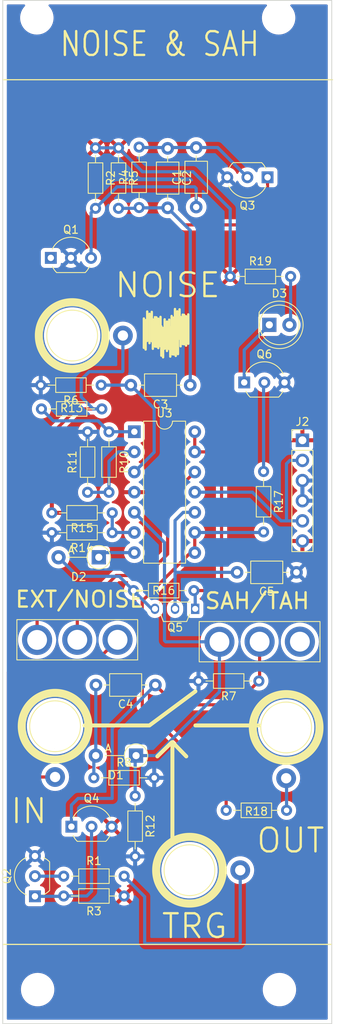
<source format=kicad_pcb>
(kicad_pcb (version 20211014) (generator pcbnew)
  (layers (0 "F.Cu" signal) (31 "B.Cu" signal) (34 "B.Paste" user) (35 "F.Paste" user) (36 "B.SilkS" user "B.Silkscreen") (37 "F.SilkS" user "F.Silkscreen") (38 "B.Mask" user) (39 "F.Mask" user) (44 "Edge.Cuts" user))
  (net 0 "")
  (net 1 "Net-(C1-Pad1)")
  (net 2 "Net-(C1-Pad2)")
  (net 3 "Net-(C2-Pad2)")
  (net 4 "Net-(C3-Pad2)")
  (net 5 "Net-(C4-Pad1)")
  (net 6 "Net-(C4-Pad2)")
  (net 7 "GND")
  (net 8 "Net-(C5-Pad2)")
  (net 9 "Net-(D1-Pad1)")
  (net 10 "Net-(D2-Pad1)")
  (net 11 "Net-(D2-Pad2)")
  (net 13 "Net-(Q2-Pad1)")
  (net 14 "+12V")
  (net 15 "Net-(Q5-Pad1)")
  (net 16 "Net-(D3-Pad1)")
  (net 17 "Net-(Q6-Pad2)")
  (net 18 "Net-(R1-Pad2)")
  (net 19 "Net-(R10-Pad1)")
  (net 20 "Net-(R10-Pad2)")
  (net 21 "Net-(R13-Pad1)")
  (net 22 "Net-(R14-Pad1)")
  (net 23 "Net-(R17-Pad2)")
  (net 24 "Net-(R18-Pad1)")
  (net 25 "Net-(D3-Pad2)")
  (net 27 "-12V")
  (net 28 "Net-(R1-Pad1)")
  (net 29 "Net-(U2-Pad1)")
  (net 30 "Net-(U5-Pad2)")
  (footprint "Resistor_THT:R_Axial_DIN0204_L3.6mm_D1.6mm_P7.62mm_Horizontal" (layer "F.Cu") (at 93.89 136.6)
    (fp_text reference "R1" (at 3.81 -1.92) (layer "F.SilkS"))
    (fp_text value "R")
    (pad "1" thru_hole circle (at 0 0) (size 1.4 1.4) (drill 0.7) (layers *.Cu *.Mask) (net 28 "Net-(R1-Pad1)"))
    (pad "2" thru_hole oval (at 7.62 0) (size 1.4 1.4) (drill 0.7) (layers *.Cu *.Mask) (net 18 "Net-(R1-Pad2)"))
  )
  (footprint "Capacitor_THT:C_Axial_L3.8mm_D2.6mm_P7.50mm_Horizontal" (layer "F.Cu") (at 107 44.85 -90)
    (fp_text reference "C2" (at 3.75 -2.42 90) (layer "F.SilkS"))
    (fp_text value "C")
    (pad "1" thru_hole circle (at 0 0 270) (size 1.6 1.6) (drill 0.8) (layers *.Cu *.Mask) (net 2 "Net-(C1-Pad2)"))
    (pad "2" thru_hole oval (at 7.5 0 270) (size 1.6 1.6) (drill 0.8) (layers *.Cu *.Mask) (net 3 "Net-(C2-Pad2)"))
  )
  (footprint "Diode_THT:D_A-405_P5.08mm_Vertical_AnodeUp" (layer "F.Cu") (at 103.015 121.4 180)
    (fp_text reference "D1" (at 2.54 -2.47) (layer "F.SilkS"))
    (fp_text value "D")
    (fp_text user "A" (at 3.515 0.9) (layer "F.SilkS"))
    (pad "1" thru_hole rect (at 0 0 180) (size 1.8 1.8) (drill 0.9) (layers *.Cu *.Mask) (net 9 "Net-(D1-Pad1)"))
    (pad "2" thru_hole oval (at 5.08 0 180) (size 1.8 1.8) (drill 0.9) (layers *.Cu *.Mask) (net 6 "Net-(C4-Pad2)"))
  )
  (footprint "Library:Switch" (layer "F.Cu") (at 95.6 104.26 180)
    (fp_text reference "U5" hide)
    (fp_text value "Switch" hide)
    (pad "1" thru_hole circle (at -5.08 -2.54 180) (size 3.8 3.8) (drill 2.5) (layers *.Cu *.Mask) (net 29 "Net-(U2-Pad1)"))
    (pad "2" thru_hole circle (at 0 -2.54 180) (size 3.8 3.8) (drill 2.5) (layers *.Cu *.Mask) (net 30 "Net-(U5-Pad2)"))
    (pad "3" thru_hole circle (at 5.068113 -2.556204 180) (size 3.8 3.8) (drill 2.5) (layers *.Cu *.Mask) (net 21 "Net-(R13-Pad1)"))
  )
  (footprint "Package_TO_SOT_THT:TO-92S_Wide" (layer "F.Cu") (at 110.475 102.9 180)
    (fp_text reference "Q5" (at 2.54 -2.35) (layer "F.SilkS"))
    (fp_text value "MMBFJ113")
    (pad "1" thru_hole rect (at 0 0 180) (size 1.05 1.3) (drill 0.75) (layers *.Cu *.Mask) (net 15 "Net-(Q5-Pad1)"))
    (pad "2" thru_hole oval (at 2.54 0 180) (size 1.05 1.3) (drill 0.75) (layers *.Cu *.Mask) (net 8 "Net-(C5-Pad2)"))
    (pad "3" thru_hole oval (at 5.08 0 180) (size 1.05 1.3) (drill 0.75) (layers *.Cu *.Mask) (net 11 "Net-(D2-Pad2)"))
  )
  (footprint "Resistor_THT:R_Axial_DIN0204_L3.6mm_D1.6mm_P7.62mm_Horizontal" (layer "F.Cu") (at 100.8 44.79 -90)
    (fp_text reference "R5" (at 3.81 -1.92 90) (layer "F.SilkS"))
    (fp_text value "R")
    (pad "1" thru_hole circle (at 0 0 270) (size 1.4 1.4) (drill 0.7) (layers *.Cu *.Mask) (net 14 "+12V"))
    (pad "2" thru_hole oval (at 7.62 0 270) (size 1.4 1.4) (drill 0.7) (layers *.Cu *.Mask) (net 3 "Net-(C2-Pad2)"))
  )
  (footprint "Resistor_THT:R_Axial_DIN0204_L3.6mm_D1.6mm_P7.62mm_Horizontal" (layer "F.Cu") (at 100.01 90.8 180)
    (fp_text reference "R15" (at 3.81 -1.92) (layer "F.SilkS"))
    (fp_text value "R")
    (pad "1" thru_hole circle (at 0 0 180) (size 1.4 1.4) (drill 0.7) (layers *.Cu *.Mask) (net 22 "Net-(R14-Pad1)"))
    (pad "2" thru_hole oval (at 7.62 0 180) (size 1.4 1.4) (drill 0.7) (layers *.Cu *.Mask) (net 14 "+12V"))
  )
  (footprint "" (layer "F.Cu") (at 121.95 117.855)
    (fp_text reference "" (at 0 0) (layer "F.SilkS") (effects (font (size 1.27 1.27))))
    (fp_text value "" (at 0 0) (layer "F.SilkS") (effects (font (size 1.27 1.27))))
    (pad "" np_thru_hole circle (at 0 0) (size 6.1 6.1) (drill 6.1) (layers F&B.Cu *.Mask))
  )
  (footprint "" (layer "F.Cu") (at 90.6 150.9 180)
    (fp_text reference "" (at 0 0) (layer "F.SilkS") (effects (font (size 1.27 1.27))))
    (fp_text value "" (at 0 0) (layer "F.SilkS") (effects (font (size 1.27 1.27))))
    (pad "" np_thru_hole circle (at 0 0 180) (size 3.2 3.2) (drill 3.2) (layers *.Cu *.Mask))
  )
  (footprint "Capacitor_THT:C_Axial_L3.8mm_D2.6mm_P7.50mm_Horizontal" (layer "F.Cu") (at 110.6 52.25 90)
    (fp_text reference "C1" (at 3.75 -2.42 90) (layer "F.SilkS"))
    (fp_text value "C")
    (pad "1" thru_hole circle (at 0 0 90) (size 1.6 1.6) (drill 0.8) (layers *.Cu *.Mask) (net 1 "Net-(C1-Pad1)"))
    (pad "2" thru_hole oval (at 7.5 0 90) (size 1.6 1.6) (drill 0.8) (layers *.Cu *.Mask) (net 2 "Net-(C1-Pad2)"))
  )
  (footprint "" (layer "F.Cu") (at 90.5 28.4)
    (fp_text reference "" (at 0 0) (layer "F.SilkS") (effects (font (size 1.27 1.27))))
    (fp_text value "" (at 0 0) (layer "F.SilkS") (effects (font (size 1.27 1.27))))
    (pad "" np_thru_hole circle (at 0 0) (size 3.2 3.2) (drill 3.2) (layers *.Cu *.Mask))
  )
  (footprint "Library:aux_flush" (layer "F.Cu") (at 109.755 135.85 180)
    (fp_text reference "U1" hide)
    (fp_text value "Aux_flush")
    (pad "" np_thru_hole circle (at 0 0 180) (size 6.1 6.1) (drill 6.1) (layers F&B.Cu *.Mask))
    (pad "1" thru_hole circle (at -6.4 0 180) (size 2.5 2.5) (drill 1.3) (layers *.Cu *.Mask) (net 18 "Net-(R1-Pad2)"))
  )
  (footprint "Package_TO_SOT_THT:TO-92_Inline_Wide" (layer "F.Cu") (at 116.66 74.36)
    (fp_text reference "Q6" (at 2.54 -3.56) (layer "F.SilkS"))
    (fp_text value "BC547")
    (pad "1" thru_hole rect (at 0 0) (size 1.5 1.5) (drill 0.8) (layers *.Cu *.Mask) (net 16 "Net-(D3-Pad1)"))
    (pad "2" thru_hole circle (at 2.54 0) (size 1.5 1.5) (drill 0.8) (layers *.Cu *.Mask) (net 17 "Net-(Q6-Pad2)"))
    (pad "3" thru_hole circle (at 5.08 0) (size 1.5 1.5) (drill 0.8) (layers *.Cu *.Mask) (net 7 "GND"))
  )
  (footprint "Library:aux_flush" (layer "F.Cu") (at 94.955 68.45 180)
    (fp_text reference "U6" hide)
    (fp_text value "Aux_flush")
    (pad "" np_thru_hole circle (at 0 0 180) (size 6.1 6.1) (drill 6.1) (layers F&B.Cu *.Mask))
    (pad "1" thru_hole circle (at -6.4 0 180) (size 2.5 2.5) (drill 1.3) (layers *.Cu *.Mask) (net 21 "Net-(R13-Pad1)"))
  )
  (footprint "Resistor_THT:R_Axial_DIN0204_L3.6mm_D1.6mm_P7.62mm_Horizontal" (layer "F.Cu") (at 110.31 100.6 180)
    (fp_text reference "R16" (at 3.81 0) (layer "F.SilkS"))
    (fp_text value "R")
    (pad "1" thru_hole circle (at 0 0 180) (size 1.4 1.4) (drill 0.7) (layers *.Cu *.Mask) (net 15 "Net-(Q5-Pad1)"))
    (pad "2" thru_hole oval (at 7.62 0 180) (size 1.4 1.4) (drill 0.7) (layers *.Cu *.Mask) (net 11 "Net-(D2-Pad2)"))
  )
  (footprint "Package_TO_SOT_THT:TO-92_Inline_Wide" (layer "F.Cu") (at 94.86 130.36)
    (fp_text reference "Q4" (at 2.54 -3.56) (layer "F.SilkS"))
    (fp_text value "BC557")
    (pad "1" thru_hole rect (at 0 0) (size 1.5 1.5) (drill 0.8) (layers *.Cu *.Mask) (net 5 "Net-(C4-Pad1)"))
    (pad "2" thru_hole circle (at 2.54 0) (size 1.5 1.5) (drill 0.8) (layers *.Cu *.Mask) (net 13 "Net-(Q2-Pad1)"))
    (pad "3" thru_hole circle (at 5.08 0) (size 1.5 1.5) (drill 0.8) (layers *.Cu *.Mask) (net 14 "+12V"))
  )
  (footprint "Resistor_THT:R_Axial_DIN0204_L3.6mm_D1.6mm_P7.62mm_Horizontal" (layer "F.Cu") (at 97.69 124.2)
    (fp_text reference "R8" (at 3.81 -1.92) (layer "F.SilkS"))
    (fp_text value "R")
    (pad "1" thru_hole circle (at 0 0) (size 1.4 1.4) (drill 0.7) (layers *.Cu *.Mask) (net 6 "Net-(C4-Pad2)"))
    (pad "2" thru_hole oval (at 7.62 0) (size 1.4 1.4) (drill 0.7) (layers *.Cu *.Mask) (net 7 "GND"))
  )
  (footprint "" (layer "F.Cu") (at 109.755 135.85)
    (fp_text reference "" (at 0 0) (layer "F.SilkS") (effects (font (size 1.27 1.27))))
    (fp_text value "" (at 0 0) (layer "F.SilkS") (effects (font (size 1.27 1.27))))
    (pad "" np_thru_hole circle (at 0 0) (size 6.1 6.1) (drill 6.1) (layers F&B.Cu *.Mask))
  )
  (footprint "Resistor_THT:R_Axial_DIN0204_L3.6mm_D1.6mm_P7.62mm_Horizontal" (layer "F.Cu") (at 100.01 93.3 180)
    (fp_text reference "R14" (at 3.81 -1.92) (layer "F.SilkS"))
    (fp_text value "R")
    (pad "1" thru_hole circle (at 0 0 180) (size 1.4 1.4) (drill 0.7) (layers *.Cu *.Mask) (net 22 "Net-(R14-Pad1)"))
    (pad "2" thru_hole oval (at 7.62 0 180) (size 1.4 1.4) (drill 0.7) (layers *.Cu *.Mask) (net 7 "GND"))
  )
  (footprint "Resistor_THT:R_Axial_DIN0204_L3.6mm_D1.6mm_P7.62mm_Horizontal" (layer "F.Cu") (at 118.51 112 180)
    (fp_text reference "R7" (at 3.81 -1.92) (layer "F.SilkS"))
    (fp_text value "R")
    (pad "1" thru_hole circle (at 0 0 180) (size 1.4 1.4) (drill 0.7) (layers *.Cu *.Mask) (net 5 "Net-(C4-Pad1)"))
    (pad "2" thru_hole oval (at 7.62 0 180) (size 1.4 1.4) (drill 0.7) (layers *.Cu *.Mask) (net 7 "GND"))
  )
  (footprint "Capacitor_THT:C_Axial_L3.8mm_D2.6mm_P7.50mm_Horizontal" (layer "F.Cu") (at 109.85 74.7 180)
    (fp_text reference "C3" (at 3.75 -2.42) (layer "F.SilkS"))
    (fp_text value "C")
    (pad "1" thru_hole circle (at 0 0 180) (size 1.6 1.6) (drill 0.8) (layers *.Cu *.Mask) (net 3 "Net-(C2-Pad2)"))
    (pad "2" thru_hole oval (at 7.5 0 180) (size 1.6 1.6) (drill 0.8) (layers *.Cu *.Mask) (net 4 "Net-(C3-Pad2)"))
  )
  (footprint "Resistor_THT:R_Axial_DIN0204_L3.6mm_D1.6mm_P7.62mm_Horizontal" (layer "F.Cu") (at 103.4 52.31 90)
    (fp_text reference "R4" (at 3.81 -1.92 90) (layer "F.SilkS"))
    (fp_text value "R")
    (pad "1" thru_hole circle (at 0 0 90) (size 1.4 1.4) (drill 0.7) (layers *.Cu *.Mask) (net 3 "Net-(C2-Pad2)"))
    (pad "2" thru_hole oval (at 7.62 0 90) (size 1.4 1.4) (drill 0.7) (layers *.Cu *.Mask) (net 2 "Net-(C1-Pad2)"))
  )
  (footprint "Capacitor_THT:C_Axial_L3.8mm_D2.6mm_P7.50mm_Horizontal" (layer "F.Cu") (at 123.25 98.3 180)
    (fp_text reference "C5" (at 3.75 -2.42) (layer "F.SilkS"))
    (fp_text value "C")
    (pad "1" thru_hole circle (at 0 0 180) (size 1.6 1.6) (drill 0.8) (layers *.Cu *.Mask) (net 7 "GND"))
    (pad "2" thru_hole oval (at 7.5 0 180) (size 1.6 1.6) (drill 0.8) (layers *.Cu *.Mask) (net 8 "Net-(C5-Pad2)"))
  )
  (footprint "Library:aux_flush" (layer "F.Cu") (at 92.8 117.7 90)
    (fp_text reference "U2" hide)
    (fp_text value "Aux_flush")
    (pad "" np_thru_hole circle (at 0 0 90) (size 6.1 6.1) (drill 6.1) (layers F&B.Cu *.Mask))
    (pad "1" thru_hole circle (at -6.4 0 90) (size 2.5 2.5) (drill 1.3) (layers *.Cu *.Mask) (net 29 "Net-(U2-Pad1)"))
  )
  (footprint "Capacitor_THT:C_Axial_L3.8mm_D2.6mm_P7.50mm_Horizontal" (layer "F.Cu") (at 105.45 112.5 180)
    (fp_text reference "C4" (at 3.75 -2.42) (layer "F.SilkS"))
    (fp_text value "C")
    (pad "1" thru_hole circle (at 0 0 180) (size 1.6 1.6) (drill 0.8) (layers *.Cu *.Mask) (net 5 "Net-(C4-Pad1)"))
    (pad "2" thru_hole oval (at 7.5 0 180) (size 1.6 1.6) (drill 0.8) (layers *.Cu *.Mask) (net 6 "Net-(C4-Pad2)"))
  )
  (footprint "Package_TO_SOT_THT:TO-92_Inline_Wide" (layer "F.Cu") (at 92.26 58.66)
    (fp_text reference "Q1" (at 2.54 -3.56) (layer "F.SilkS"))
    (fp_text value "BC547")
    (pad "1" thru_hole rect (at 0 0) (size 1.5 1.5) (drill 0.8) (layers *.Cu *.Mask))
    (pad "2" thru_hole circle (at 2.54 0) (size 1.5 1.5) (drill 0.8) (layers *.Cu *.Mask) (net 7 "GND"))
    (pad "3" thru_hole circle (at 5.08 0) (size 1.5 1.5) (drill 0.8) (layers *.Cu *.Mask) (net 1 "Net-(C1-Pad1)"))
  )
  (footprint "Resistor_THT:R_Axial_DIN0204_L3.6mm_D1.6mm_P7.62mm_Horizontal" (layer "F.Cu") (at 99.6 80.59 -90)
    (fp_text reference "R10" (at 3.81 -1.92 90) (layer "F.SilkS"))
    (fp_text value "R")
    (pad "1" thru_hole circle (at 0 0 270) (size 1.4 1.4) (drill 0.7) (layers *.Cu *.Mask) (net 19 "Net-(R10-Pad1)"))
    (pad "2" thru_hole oval (at 7.62 0 270) (size 1.4 1.4) (drill 0.7) (layers *.Cu *.Mask) (net 20 "Net-(R10-Pad2)"))
  )
  (footprint "Resistor_THT:R_Axial_DIN0204_L3.6mm_D1.6mm_P7.62mm_Horizontal" (layer "F.Cu") (at 101.51 139.1 180)
    (fp_text reference "R3" (at 3.81 -1.92) (layer "F.SilkS"))
    (fp_text value "R")
    (pad "1" thru_hole circle (at 0 0 180) (size 1.4 1.4) (drill 0.7) (layers *.Cu *.Mask) (net 14 "+12V"))
    (pad "2" thru_hole oval (at 7.62 0 180) (size 1.4 1.4) (drill 0.7) (layers *.Cu *.Mask) (net 13 "Net-(Q2-Pad1)"))
  )
  (footprint "" (layer "F.Cu") (at 121 28.4)
    (fp_text reference "" (at 0 0) (layer "F.SilkS") (effects (font (size 1.27 1.27))))
    (fp_text value "" (at 0 0) (layer "F.SilkS") (effects (font (size 1.27 1.27))))
    (pad "" np_thru_hole circle (at 0 0) (size 3.2 3.2) (drill 3.2) (layers *.Cu *.Mask))
  )
  (footprint "Resistor_THT:R_Axial_DIN0204_L3.6mm_D1.6mm_P7.62mm_Horizontal" (layer "F.Cu") (at 114.89 61)
    (fp_text reference "R19" (at 3.81 -1.92) (layer "F.SilkS"))
    (fp_text value "R")
    (pad "1" thru_hole circle (at 0 0) (size 1.4 1.4) (drill 0.7) (layers *.Cu *.Mask) (net 14 "+12V"))
    (pad "2" thru_hole oval (at 7.62 0) (size 1.4 1.4) (drill 0.7) (layers *.Cu *.Mask) (net 25 "Net-(D3-Pad2)"))
  )
  (footprint "Connector_PinHeader_2.54mm:PinHeader_1x06_P2.54mm_Vertical" (layer "F.Cu") (at 124 81.65)
    (fp_text reference "J2" (at 0 -2.33) (layer "F.SilkS"))
    (fp_text value "Conn_01x06_Male")
    (pad "1" thru_hole rect (at 0 0) (size 1.7 1.7) (drill 1) (layers *.Cu *.Mask) (net 14 "+12V"))
    (pad "2" thru_hole oval (at 0 2.54) (size 1.7 1.7) (drill 1) (layers *.Cu *.Mask) (net 27 "-12V"))
    (pad "3" thru_hole oval (at 0 5.08) (size 1.7 1.7) (drill 1) (layers *.Cu *.Mask) (net 7 "GND"))
    (pad "4" thru_hole oval (at 0 7.62) (size 1.7 1.7) (drill 1) (layers *.Cu *.Mask) (net 7 "GND"))
    (pad "5" thru_hole oval (at 0 10.16) (size 1.7 1.7) (drill 1) (layers *.Cu *.Mask) (net 27 "-12V"))
    (pad "6" thru_hole oval (at 0 12.7) (size 1.7 1.7) (drill 1) (layers *.Cu *.Mask) (net 14 "+12V"))
  )
  (footprint "Resistor_THT:R_Axial_DIN0204_L3.6mm_D1.6mm_P7.62mm_Horizontal" (layer "F.Cu") (at 102.9 126.49 -90)
    (fp_text reference "R12" (at 3.81 -1.92 90) (layer "F.SilkS"))
    (fp_text value "R")
    (pad "1" thru_hole circle (at 0 0 270) (size 1.4 1.4) (drill 0.7) (layers *.Cu *.Mask) (net 9 "Net-(D1-Pad1)"))
    (pad "2" thru_hole oval (at 7.62 0 270) (size 1.4 1.4) (drill 0.7) (layers *.Cu *.Mask) (net 7 "GND"))
  )
  (footprint "Resistor_THT:R_Axial_DIN0204_L3.6mm_D1.6mm_P7.62mm_Horizontal" (layer "F.Cu") (at 119.1 85.59 -90)
    (fp_text reference "R17" (at 3.81 -1.92 90) (layer "F.SilkS"))
    (fp_text value "R")
    (pad "1" thru_hole circle (at 0 0 270) (size 1.4 1.4) (drill 0.7) (layers *.Cu *.Mask) (net 17 "Net-(Q6-Pad2)"))
    (pad "2" thru_hole oval (at 7.62 0 270) (size 1.4 1.4) (drill 0.7) (layers *.Cu *.Mask) (net 23 "Net-(R17-Pad2)"))
  )
  (footprint "Package_TO_SOT_THT:TO-92_Inline_Wide" (layer "F.Cu") (at 119.6 48.5 180)
    (fp_text reference "Q3" (at 2.54 -3.56) (layer "F.SilkS"))
    (fp_text value "BC547")
    (pad "1" thru_hole rect (at 0 0 180) (size 1.5 1.5) (drill 0.8) (layers *.Cu *.Mask) (net 3 "Net-(C2-Pad2)"))
    (pad "2" thru_hole circle (at 2.54 0 180) (size 1.5 1.5) (drill 0.8) (layers *.Cu *.Mask) (net 2 "Net-(C1-Pad2)"))
    (pad "3" thru_hole circle (at 5.08 0 180) (size 1.5 1.5) (drill 0.8) (layers *.Cu *.Mask) (net 7 "GND"))
  )
  (footprint "Resistor_THT:R_Axial_DIN0204_L3.6mm_D1.6mm_P7.62mm_Horizontal" (layer "F.Cu") (at 98.7 77.7 180)
    (fp_text reference "R13" (at 3.81 0.1) (layer "F.SilkS"))
    (fp_text value "R")
    (pad "1" thru_hole circle (at 0 0 180) (size 1.4 1.4) (drill 0.7) (layers *.Cu *.Mask) (net 21 "Net-(R13-Pad1)"))
    (pad "2" thru_hole oval (at 7.62 0 180) (size 1.4 1.4) (drill 0.7) (layers *.Cu *.Mask) (net 19 "Net-(R10-Pad1)"))
  )
  (footprint "LED_THT:LED_D5.0mm" (layer "F.Cu") (at 119.825 67.1)
    (fp_text reference "D3" (at 1.27 -3.96) (layer "F.SilkS"))
    (fp_text value "LED")
    (pad "1" thru_hole rect (at 0 0) (size 1.8 1.8) (drill 0.9) (layers *.Cu *.Mask) (net 16 "Net-(D3-Pad1)"))
    (pad "2" thru_hole circle (at 2.54 0) (size 1.8 1.8) (drill 0.9) (layers *.Cu *.Mask) (net 25 "Net-(D3-Pad2)"))
  )
  (footprint "Package_DIP:DIP-14_W7.62mm" (layer "F.Cu") (at 102.8 80.575)
    (fp_text reference "U3" (at 3.81 -2.33) (layer "F.SilkS"))
    (fp_text value "TL074")
    (pad "1" thru_hole rect (at 0 0) (size 1.6 1.6) (drill 0.8) (layers *.Cu *.Mask) (net 19 "Net-(R10-Pad1)"))
    (pad "2" thru_hole oval (at 0 2.54) (size 1.6 1.6) (drill 0.8) (layers *.Cu *.Mask) (net 20 "Net-(R10-Pad2)"))
    (pad "3" thru_hole oval (at 0 5.08) (size 1.6 1.6) (drill 0.8) (layers *.Cu *.Mask) (net 4 "Net-(C3-Pad2)"))
    (pad "4" thru_hole oval (at 0 7.62) (size 1.6 1.6) (drill 0.8) (layers *.Cu *.Mask) (net 14 "+12V"))
    (pad "5" thru_hole oval (at 0 10.16) (size 1.6 1.6) (drill 0.8) (layers *.Cu *.Mask) (net 9 "Net-(D1-Pad1)"))
    (pad "6" thru_hole oval (at 0 12.7) (size 1.6 1.6) (drill 0.8) (layers *.Cu *.Mask) (net 22 "Net-(R14-Pad1)"))
    (pad "7" thru_hole oval (at 0 15.24) (size 1.6 1.6) (drill 0.8) (layers *.Cu *.Mask) (net 10 "Net-(D2-Pad1)"))
    (pad "8" thru_hole oval (at 7.62 15.24) (size 1.6 1.6) (drill 0.8) (layers *.Cu *.Mask) (net 23 "Net-(R17-Pad2)"))
    (pad "9" thru_hole oval (at 7.62 12.7) (size 1.6 1.6) (drill 0.8) (layers *.Cu *.Mask) (net 23 "Net-(R17-Pad2)"))
    (pad "10" thru_hole oval (at 7.62 10.16) (size 1.6 1.6) (drill 0.8) (layers *.Cu *.Mask) (net 8 "Net-(C5-Pad2)"))
    (pad "11" thru_hole oval (at 7.62 7.62) (size 1.6 1.6) (drill 0.8) (layers *.Cu *.Mask) (net 27 "-12V"))
    (pad "12" thru_hole oval (at 7.62 5.08) (size 1.6 1.6) (drill 0.8) (layers *.Cu *.Mask) (net 30 "Net-(U5-Pad2)"))
    (pad "13" thru_hole oval (at 7.62 2.54) (size 1.6 1.6) (drill 0.8) (layers *.Cu *.Mask) (net 15 "Net-(Q5-Pad1)"))
    (pad "14" thru_hole oval (at 7.62 0) (size 1.6 1.6) (drill 0.8) (layers *.Cu *.Mask) (net 15 "Net-(Q5-Pad1)"))
  )
  (footprint "Resistor_THT:R_Axial_DIN0204_L3.6mm_D1.6mm_P7.62mm_Horizontal" (layer "F.Cu") (at 96.9 88.21 90)
    (fp_text reference "R11" (at 3.81 -1.92 90) (layer "F.SilkS"))
    (fp_text value "R")
    (pad "1" thru_hole circle (at 0 0 90) (size 1.4 1.4) (drill 0.7) (layers *.Cu *.Mask) (net 20 "Net-(R10-Pad2)"))
    (pad "2" thru_hole oval (at 7.62 0 90) (size 1.4 1.4) (drill 0.7) (layers *.Cu *.Mask) (net 7 "GND"))
  )
  (footprint "Resistor_THT:R_Axial_DIN0204_L3.6mm_D1.6mm_P7.62mm_Horizontal" (layer "F.Cu") (at 97.9 44.79 -90)
    (fp_text reference "R2" (at 3.81 -1.92 90) (layer "F.SilkS"))
    (fp_text value "R")
    (pad "1" thru_hole circle (at 0 0 270) (size 1.4 1.4) (drill 0.7) (layers *.Cu *.Mask) (net 14 "+12V"))
    (pad "2" thru_hole oval (at 7.62 0 270) (size 1.4 1.4) (drill 0.7) (layers *.Cu *.Mask) (net 1 "Net-(C1-Pad1)"))
  )
  (footprint "Diode_THT:D_A-405_P5.08mm_Vertical_AnodeUp" (layer "F.Cu") (at 98.315 96.4 180)
    (fp_text reference "D2" (at 2.54 -2.47) (layer "F.SilkS"))
    (fp_text value "D")
    (fp_text user "A" (at 3.48 0.9) (layer "F.SilkS"))
    (pad "1" thru_hole rect (at 0 0 180) (size 1.8 1.8) (drill 0.9) (layers *.Cu *.Mask) (net 10 "Net-(D2-Pad1)"))
    (pad "2" thru_hole oval (at 5.08 0 180) (size 1.8 1.8) (drill 0.9) (layers *.Cu *.Mask) (net 11 "Net-(D2-Pad2)"))
  )
  (footprint "Package_TO_SOT_THT:TO-92_Inline_Wide" (layer "F.Cu") (at 90.26 139.14 90)
    (fp_text reference "Q2" (at 2.54 -3.56 90) (layer "F.SilkS"))
    (fp_text value "BC547")
    (pad "1" thru_hole rect (at 0 0 90) (size 1.5 1.5) (drill 0.8) (layers *.Cu *.Mask) (net 13 "Net-(Q2-Pad1)"))
    (pad "2" thru_hole circle (at 2.54 0 90) (size 1.5 1.5) (drill 0.8) (layers *.Cu *.Mask) (net 28 "Net-(R1-Pad1)"))
    (pad "3" thru_hole circle (at 5.08 0 90) (size 1.5 1.5) (drill 0.8) (layers *.Cu *.Mask) (net 7 "GND"))
  )
  (footprint "Resistor_THT:R_Axial_DIN0204_L3.6mm_D1.6mm_P7.62mm_Horizontal" (layer "F.Cu") (at 98.61 74.7 180)
    (fp_text reference "R6" (at 3.81 -1.92) (layer "F.SilkS"))
    (fp_text value "R")
    (pad "1" thru_hole circle (at 0 0 180) (size 1.4 1.4) (drill 0.7) (layers *.Cu *.Mask) (net 4 "Net-(C3-Pad2)"))
    (pad "2" thru_hole oval (at 7.62 0 180) (size 1.4 1.4) (drill 0.7) (layers *.Cu *.Mask) (net 7 "GND"))
  )
  (footprint "Library:Switch" (layer "F.Cu") (at 118.6 104.5 180)
    (fp_text reference "U4" hide)
    (fp_text value "Switch")
    (pad "1" thru_hole circle (at -5.08 -2.54 180) (size 3.8 3.8) (drill 2.5) (layers *.Cu *.Mask))
    (pad "2" thru_hole circle (at 0 -2.54 180) (size 3.8 3.8) (drill 2.5) (layers *.Cu *.Mask) (net 5 "Net-(C4-Pad1)"))
    (pad "3" thru_hole circle (at 5.068113 -2.556204 180) (size 3.8 3.8) (drill 2.5) (layers *.Cu *.Mask) (net 9 "Net-(D1-Pad1)"))
  )
  (footprint "" (layer "F.Cu") (at 121.1 150.9 180)
    (fp_text reference "" (at 0 0) (layer "F.SilkS") (effects (font (size 1.27 1.27))))
    (fp_text value "" (at 0 0) (layer "F.SilkS") (effects (font (size 1.27 1.27))))
    (pad "" np_thru_hole circle (at 0 0 180) (size 3.2 3.2) (drill 3.2) (layers *.Cu *.Mask))
  )
  (footprint "Library:aux_flush" (layer "F.Cu") (at 121.95 117.855 90)
    (fp_text reference "U7" hide)
    (fp_text value "Aux_flush")
    (pad "" np_thru_hole circle (at 0 0 90) (size 6.1 6.1) (drill 6.1) (layers F&B.Cu *.Mask))
    (pad "1" thru_hole circle (at -6.4 0 90) (size 2.5 2.5) (drill 1.3) (layers *.Cu *.Mask) (net 24 "Net-(R18-Pad1)"))
  )
  (footprint "Resistor_THT:R_Axial_DIN0204_L3.6mm_D1.6mm_P7.62mm_Horizontal" (layer "F.Cu") (at 122 128.3 180)
    (fp_text reference "R18" (at 3.81 -0.13) (layer "F.SilkS"))
    (fp_text value "R")
    (pad "1" thru_hole circle (at 0 0 180) (size 1.4 1.4) (drill 0.7) (layers *.Cu *.Mask) (net 24 "Net-(R18-Pad1)"))
    (pad "2" thru_hole oval (at 7.62 0 180) (size 1.4 1.4) (drill 0.7) (layers *.Cu *.Mask) (net 23 "Net-(R17-Pad2)"))
  )
  (gr_line (start 110.5 117.6) (end 118.5 117.6) (layer "F.SilkS") (width 0.5))
  (gr_line (start 86.2 36.2) (end 127.8 36.2) (layer "F.SilkS") (width 0.15))
  (gr_line (start 108.5 68.85) (end 108.5 65.15) (layer "F.SilkS") (width 0.3))
  (gr_line (start 104.221827 70.208428) (end 104.221827 66.508428) (layer "F.SilkS") (width 0.3))
  (gr_line (start 105.574977 69.853504) (end 105.574977 66.153504) (layer "F.SilkS") (width 0.3))
  (gr_line (start 104.7 117.6) (end 110.5 113.3) (layer "F.SilkS") (width 0.5))
  (gr_line (start 108.211624 69.09401) (end 108.211624 65.39401) (layer "F.SilkS") (width 0.3))
  (gr_line (start 107.501776 69.684162) (end 107.501776 65.984162) (layer "F.SilkS") (width 0.3))
  (gr_line (start 105.397514 69.831321) (end 105.397514 66.131321) (layer "F.SilkS") (width 0.3))
  (gr_line (start 106.911624 70.39401) (end 106.911624 66.69401) (layer "F.SilkS") (width 0.3))
  (gr_line (start 108.301776 70.784162) (end 108.301776 67.084162) (layer "F.SilkS") (width 0.3))
  (gr_line (start 106.201776 70.984162) (end 106.201776 67.284162) (layer "F.SilkS") (width 0.3))
  (gr_line (start 86.2 145.2) (end 127.7 145.2) (layer "F.SilkS") (width 0.15))
  (gr_line (start 107.723603 69.89259) (end 107.723603 66.19259) (layer "F.SilkS") (width 0.3))
  (gr_line (start 109.320763 69.715128) (end 109.320763 66.015128) (layer "F.SilkS") (width 0.3))
  (gr_line (start 109.076753 69.537666) (end 109.076753 65.837666) (layer "F.SilkS") (width 0.3))
  (gr_line (start 109.601776 69.484162) (end 109.601776 65.784162) (layer "F.SilkS") (width 0.3))
  (gr_line (start 107.6 131.9) (end 107.6 119.8) (layer "F.SilkS") (width 0.5))
  (gr_line (start 107.923248 68.805634) (end 107.923248 65.105634) (layer "F.SilkS") (width 0.3))
  (gr_line (start 107.59929 70.815483) (end 107.59929 67.115483) (layer "F.SilkS") (width 0.3))
  (gr_line (start 96.5 117.6) (end 104.6 117.6) (layer "F.SilkS") (width 0.5))
  (gr_line (start 109.35 121.5) (end 107.6 119.7) (layer "F.SilkS") (width 0.5))
  (gr_line (start 104.709848 69.409848) (end 104.709848 65.709848) (layer "F.SilkS") (width 0.3))
  (gr_line (start 104.998224 69.165838) (end 104.998224 65.465838) (layer "F.SilkS") (width 0.3))
  (gr_line (start 108.020763 71.015128) (end 108.020763 67.315128) (layer "F.SilkS") (width 0.3))
  (gr_line (start 104 70) (end 104 66.3) (layer "F.SilkS") (width 0.3))
  (gr_line (start 106.423603 71.19259) (end 106.423603 67.49259) (layer "F.SilkS") (width 0.3))
  (gr_line (start 105.818987 70.030966) (end 105.818987 66.330966) (layer "F.SilkS") (width 0.3))
  (gr_line (start 106.623248 70.105634) (end 106.623248 66.405634) (layer "F.SilkS") (width 0.3))
  (gr_line (start 108.89929 69.515483) (end 108.89929 65.815483) (layer "F.SilkS") (width 0.3))
  (gr_line (start 107.776753 70.837666) (end 107.776753 67.137666) (layer "F.SilkS") (width 0.3))
  (gr_line (start 108.633097 69.803859) (end 108.633097 66.103859) (layer "F.SilkS") (width 0.3))
  (gr_line (start 104.421472 69.121472) (end 104.421472 65.421472) (layer "F.SilkS") (width 0.3))
  (gr_line (start 105.7 121.5) (end 107.5 119.75) (layer "F.SilkS") (width 0.5))
  (gr_line (start 105.131321 70.119697) (end 105.131321 66.419697) (layer "F.SilkS") (width 0.3))
  (gr_line (start 106.1 69.8) (end 106.1 66.1) (layer "F.SilkS") (width 0.3))
  (gr_line (start 107.2 70.15) (end 107.2 66.45) (layer "F.SilkS") (width 0.3))
  (gr_line (start 107.333097 71.103859) (end 107.333097 67.403859) (layer "F.SilkS") (width 0.3))
  (gr_rect (start 86.2 26.2) (end 127.7 155.2) (layer "Edge.Cuts") (width 0.1) (fill none))
  (gr_text "EXT/NOISE" (at 95.9 101.705) (layer "F.SilkS") (effects (font (size 2 2) (thickness 0.3))))
  (gr_text "NOISE & SAH" (at 106 31.7) (layer "F.SilkS") (effects (font (size 3 2.5) (thickness 0.3))))
  (gr_text "SAH/TAH" (at 118.3 101.905) (layer "F.SilkS") (effects (font (size 2 2) (thickness 0.3))))
  (gr_text "OUT" (at 122.5 132.1) (layer "F.SilkS") (effects (font (size 3 3) (thickness 0.3))))
  (gr_text "TRG" (at 110.4 142.9) (layer "F.SilkS") (effects (font (size 3 3) (thickness 0.3))))
  (gr_text "NOISE" (at 107 62.1) (layer "F.SilkS") (effects (font (size 3 3) (thickness 0.3))))
  (gr_text "IN" (at 89.5 128.4) (layer "F.SilkS") (effects (font (size 3 3) (thickness 0.3))))
  (segment (start 110.6 52.25) (end 110.6 49.9) (width 0.4) (layer "B.Cu") (net 1))
  (segment (start 110.4 49.7) (end 100.61 49.7) (width 0.4) (layer "B.Cu") (net 1))
  (segment (start 110.6 49.9) (end 110.4 49.7) (width 0.4) (layer "B.Cu") (net 1))
  (segment (start 97.34 52.97) (end 97.9 52.41) (width 0.4) (layer "B.Cu") (net 1))
  (segment (start 97.34 58.66) (end 97.34 52.97) (width 0.4) (layer "B.Cu") (net 1))
  (segment (start 100.61 49.7) (end 97.9 52.41) (width 0.4) (layer "B.Cu") (net 1))
  (segment (start 107 44.85) (end 107 44.8) (width 0.4) (layer "B.Cu") (net 2))
  (segment (start 107 44.8) (end 106.95 44.75) (width 0.4) (layer "B.Cu") (net 2))
  (segment (start 110.6 44.75) (end 106.95 44.75) (width 0.4) (layer "B.Cu") (net 2))
  (segment (start 106.95 44.75) (end 103.46 44.75) (width 0.4) (layer "B.Cu") (net 2))
  (segment (start 113.31 44.75) (end 117.06 48.5) (width 0.4) (layer "B.Cu") (net 2))
  (segment (start 103.46 44.75) (end 103.4 44.69) (width 0.4) (layer "B.Cu") (net 2))
  (segment (start 110.6 44.75) (end 113.31 44.75) (width 0.4) (layer "B.Cu") (net 2))
  (segment (start 109.15 54.5) (end 107 52.35) (width 0.4) (layer "F.Cu") (net 3))
  (segment (start 119.6 48.5) (end 119.6 53.6) (width 0.4) (layer "F.Cu") (net 3))
  (segment (start 119.6 53.6) (end 118.7 54.5) (width 0.4) (layer "F.Cu") (net 3))
  (segment (start 118.7 54.5) (end 109.15 54.5) (width 0.4) (layer "F.Cu") (net 3))
  (segment (start 103.3 52.41) (end 103.4 52.31) (width 0.4) (layer "B.Cu") (net 3))
  (segment (start 100.8 52.41) (end 103.3 52.41) (width 0.4) (layer "B.Cu") (net 3))
  (segment (start 103.44 52.35) (end 103.4 52.31) (width 0.4) (layer "B.Cu") (net 3))
  (segment (start 107 52.35) (end 103.44 52.35) (width 0.4) (layer "B.Cu") (net 3))
  (segment (start 109.85 74.7) (end 109.85 55.2) (width 0.4) (layer "B.Cu") (net 3))
  (segment (start 109.85 55.2) (end 107 52.35) (width 0.4) (layer "B.Cu") (net 3))
  (segment (start 102.35 74.7) (end 105.3 77.65) (width 0.4) (layer "B.Cu") (net 4))
  (segment (start 105.3 83.155) (end 102.8 85.655) (width 0.4) (layer "B.Cu") (net 4))
  (segment (start 105.3 77.65) (end 105.3 83.155) (width 0.4) (layer "B.Cu") (net 4))
  (segment (start 98.61 74.7) (end 102.35 74.7) (width 0.4) (layer "B.Cu") (net 4))
  (segment (start 115.51 115) (end 118.51 112) (width 0.4) (layer "F.Cu") (net 5))
  (segment (start 107.95 115) (end 115.51 115) (width 0.4) (layer "F.Cu") (net 5))
  (segment (start 118.6 107.04) (end 118.6 111.91) (width 0.4) (layer "F.Cu") (net 5))
  (segment (start 118.6 111.91) (end 118.51 112) (width 0.4) (layer "F.Cu") (net 5))
  (segment (start 105.45 112.5) (end 107.95 115) (width 0.4) (layer "F.Cu") (net 5))
  (segment (start 115.6 114.91) (end 118.51 112) (width 0.4) (layer "F.Cu") (net 5))
  (segment (start 95.7 126.8) (end 100 126.8) (width 0.4) (layer "B.Cu") (net 5))
  (segment (start 94.86 127.64) (end 95.7 126.8) (width 0.4) (layer "B.Cu") (net 5))
  (segment (start 100 117.95) (end 105.45 112.5) (width 0.4) (layer "B.Cu") (net 5))
  (segment (start 94.86 130.36) (end 94.86 127.64) (width 0.4) (layer "B.Cu") (net 5))
  (segment (start 100 126.8) (end 100 117.95) (width 0.4) (layer "B.Cu") (net 5))
  (segment (start 97.69 124.2) (end 97.69 121.645) (width 0.4) (layer "B.Cu") (net 6))
  (segment (start 97.935 121.4) (end 97.935 112.515) (width 0.4) (layer "B.Cu") (net 6))
  (segment (start 97.935 112.515) (end 97.95 112.5) (width 0.4) (layer "B.Cu") (net 6))
  (segment (start 97.69 121.645) (end 97.935 121.4) (width 0.4) (layer "B.Cu") (net 6))
  (segment (start 107.935 91.765) (end 108.965 90.735) (width 0.4) (layer "B.Cu") (net 8))
  (segment (start 107.935 102.9) (end 107.935 91.765) (width 0.4) (layer "B.Cu") (net 8))
  (segment (start 108.965 90.735) (end 110.42 90.735) (width 0.4) (layer "B.Cu") (net 8))
  (segment (start 115.75 98.3) (end 108 98.3) (width 0.4) (layer "B.Cu") (net 8))
  (segment (start 102.8 90.735) (end 106.6 94.535) (width 0.4) (layer "B.Cu") (net 9))
  (segment (start 103.015 121.4) (end 105.5 121.4) (width 0.4) (layer "B.Cu") (net 9))
  (segment (start 102.9 121.515) (end 103.015 121.4) (width 0.4) (layer "B.Cu") (net 9))
  (segment (start 106.6 106.9) (end 106.756204 107.056204) (width 0.4) (layer "B.Cu") (net 9))
  (segment (start 106.756204 107.056204) (end 113.531887 107.056204) (width 0.4) (layer "B.Cu") (net 9))
  (segment (start 106.6 94.535) (end 106.6 106.9) (width 0.4) (layer "B.Cu") (net 9))
  (segment (start 113.531887 113.368113) (end 113.531887 107.056204) (width 0.4) (layer "B.Cu") (net 9))
  (segment (start 105.5 121.4) (end 113.531887 113.368113) (width 0.4) (layer "B.Cu") (net 9))
  (segment (start 102.9 126.49) (end 102.9 121.515) (width 0.4) (layer "B.Cu") (net 9))
  (segment (start 98.9 95.815) (end 98.315 96.4) (width 0.4) (layer "B.Cu") (net 10))
  (segment (start 102.8 95.815) (end 98.9 95.815) (width 0.4) (layer "B.Cu") (net 10))
  (segment (start 104.99 102.9) (end 105.395 102.9) (width 0.4) (layer "B.Cu") (net 11))
  (segment (start 93.235 96.4) (end 95.635 98.8) (width 0.4) (layer "B.Cu") (net 11))
  (segment (start 100.89 98.8) (end 104.99 102.9) (width 0.4) (layer "B.Cu") (net 11))
  (segment (start 95.635 98.8) (end 100.89 98.8) (width 0.4) (layer "B.Cu") (net 11))
  (segment (start 97.4 130.36) (end 97.4 138.5) (width 0.4) (layer "B.Cu") (net 13))
  (segment (start 97.4 138.5) (end 96.8 139.1) (width 0.4) (layer "B.Cu") (net 13))
  (segment (start 90.26 139.14) (end 93.85 139.14) (width 0.4) (layer "B.Cu") (net 13))
  (segment (start 96.8 139.1) (end 93.89 139.1) (width 0.4) (layer "B.Cu") (net 13))
  (segment (start 93.85 139.14) (end 93.89 139.1) (width 0.4) (layer "B.Cu") (net 13))
  (segment (start 114.89 61) (end 114.89 52.49) (width 0.4) (layer "B.Cu") (net 14))
  (segment (start 97.9 44.79) (end 100.8 44.79) (width 0.4) (layer "B.Cu") (net 14))
  (segment (start 114.89 52.49) (end 110.2 47.8) (width 0.4) (layer "B.Cu") (net 14))
  (segment (start 103.81 47.8) (end 100.8 44.79) (width 0.4) (layer "B.Cu") (net 14))
  (segment (start 110.2 47.8) (end 103.81 47.8) (width 0.4) (layer "B.Cu") (net 14))
  (segment (start 113.6 100.6) (end 110.31 100.6) (width 0.4) (layer "F.Cu") (net 15))
  (segment (start 110.42 80.575) (end 110.42 83.115) (width 0.4) (layer "F.Cu") (net 15))
  (segment (start 110.42 83.115) (end 113.785 83.115) (width 0.4) (layer "F.Cu") (net 15))
  (segment (start 113.785 83.115) (end 113.8 83.1) (width 0.4) (layer "F.Cu") (net 15))
  (segment (start 113.8 100.4) (end 113.6 100.6) (width 0.4) (layer "F.Cu") (net 15))
  (segment (start 113.8 83.1) (end 113.8 100.4) (width 0.4) (layer "F.Cu") (net 15))
  (segment (start 110.475 100.765) (end 110.475 102.9) (width 0.4) (layer "B.Cu") (net 15))
  (segment (start 110.31 100.6) (end 110.475 100.765) (width 0.4) (layer "B.Cu") (net 15))
  (segment (start 116.66 74.36) (end 116.66 70.265) (width 0.4) (layer "B.Cu") (net 16))
  (segment (start 116.66 70.265) (end 119.825 67.1) (width 0.4) (layer "B.Cu") (net 16))
  (segment (start 119.1 85.59) (end 119.1 74.46) (width 0.4) (layer "B.Cu") (net 17))
  (segment (start 119.1 74.46) (end 119.2 74.36) (width 0.4) (layer "B.Cu") (net 17))
  (segment (start 116.155 135.85) (end 116.155 144.945) (width 0.4) (layer "B.Cu") (net 18))
  (segment (start 116 145.1) (end 104.2 145.1) (width 0.4) (layer "B.Cu") (net 18))
  (segment (start 104.2 145.1) (end 104.1 145) (width 0.4) (layer "B.Cu") (net 18))
  (segment (start 104.1 145) (end 104.1 139.19) (width 0.4) (layer "B.Cu") (net 18))
  (segment (start 116.155 144.945) (end 116 145.1) (width 0.4) (layer "B.Cu") (net 18))
  (segment (start 104.1 139.19) (end 101.51 136.6) (width 0.4) (layer "B.Cu") (net 18))
  (segment (start 102.8 80.575) (end 99.615 80.575) (width 0.4) (layer "B.Cu") (net 19))
  (segment (start 99.615 80.575) (end 99.6 80.59) (width 0.4) (layer "B.Cu") (net 19))
  (segment (start 92.58 79.2) (end 91.08 77.7) (width 0.4) (layer "B.Cu") (net 19))
  (segment (start 98.21 79.2) (end 92.58 79.2) (width 0.4) (layer "B.Cu") (net 19))
  (segment (start 99.6 80.59) (end 98.21 79.2) (width 0.4) (layer "B.Cu") (net 19))
  (segment (start 102.8 83.115) (end 100.785 83.115) (width 0.4) (layer "B.Cu") (net 20))
  (segment (start 100.785 83.115) (end 99.6 84.3) (width 0.4) (layer "B.Cu") (net 20))
  (segment (start 99.6 84.3) (end 99.6 88.21) (width 0.4) (layer "B.Cu") (net 20))
  (segment (start 96.9 88.21) (end 99.6 88.21) (width 0.4) (layer "B.Cu") (net 20))
  (segment (start 90.531887 82.668113) (end 90.531887 106.816204) (width 0.4) (layer "F.Cu") (net 21))
  (segment (start 95.5 77.7) (end 90.531887 82.668113) (width 0.4) (layer "F.Cu") (net 21))
  (segment (start 98.7 77.7) (end 95.5 77.7) (width 0.4) (layer "F.Cu") (net 21))
  (segment (start 97.1 73) (end 101.3 73) (width 0.4) (layer "B.Cu") (net 21))
  (segment (start 98.7 77.7) (end 97.6 77.7) (width 0.4) (layer "B.Cu") (net 21))
  (segment (start 101.355 72.945) (end 101.355 68.45) (width 0.4) (layer "B.Cu") (net 21))
  (segment (start 101.3 73) (end 101.355 72.945) (width 0.4) (layer "B.Cu") (net 21))
  (segment (start 96.1 74) (end 97.1 73) (width 0.4) (layer "B.Cu") (net 21))
  (segment (start 96.1 76.2) (end 96.1 74) (width 0.4) (layer "B.Cu") (net 21))
  (segment (start 97.6 77.7) (end 96.1 76.2) (width 0.4) (layer "B.Cu") (net 21))
  (segment (start 100.01 90.8) (end 100.01 93.3) (width 0.4) (layer "B.Cu") (net 22))
  (segment (start 100.035 93.275) (end 100.01 93.3) (width 0.4) (layer "B.Cu") (net 22))
  (segment (start 102.8 93.275) (end 100.035 93.275) (width 0.4) (layer "B.Cu") (net 22))
  (segment (start 114.38 128.3) (end 114.38 125.78) (width 0.4) (layer "F.Cu") (net 23))
  (segment (start 110.42 95.28) (end 110.42 93.275) (width 0.4) (layer "F.Cu") (net 23))
  (segment (start 103.789511 101.910489) (end 110.42 95.28) (width 0.4) (layer "F.Cu") (net 23))
  (segment (start 114.38 125.78) (end 103.8 115.2) (width 0.4) (layer "F.Cu") (net 23))
  (segment (start 103.789511 112.510489) (end 103.789511 101.910489) (width 0.4) (layer "F.Cu") (net 23))
  (segment (start 103.8 115.2) (end 103.8 112.4) (width 0.4) (layer "F.Cu") (net 23))
  (segment (start 110.42 95.815) (end 110.42 95.28) (width 0.4) (layer "F.Cu") (net 23))
  (segment (start 110.42 93.275) (end 119.035 93.275) (width 0.4) (layer "B.Cu") (net 23))
  (segment (start 119.035 93.275) (end 119.1 93.21) (width 0.4) (layer "B.Cu") (net 23))
  (segment (start 122 124.305) (end 121.95 124.255) (width 0.4) (layer "B.Cu") (net 24))
  (segment (start 122 128.3) (end 122 124.305) (width 0.4) (layer "B.Cu") (net 24))
  (segment (start 122.51 61) (end 122.51 66.955) (width 0.4) (layer "B.Cu") (net 25))
  (segment (start 122.51 66.955) (end 122.365 67.1) (width 0.4) (layer "B.Cu") (net 25))
  (segment (start 121.31 91.81) (end 117.695 88.195) (width 0.4) (layer "B.Cu") (net 27))
  (segment (start 121.99 84.61) (end 122.41 84.19) (width 0.4) (layer "B.Cu") (net 27))
  (segment (start 121.99 91.81) (end 121.99 84.61) (width 0.4) (layer "B.Cu") (net 27))
  (segment (start 124 91.81) (end 121.99 91.81) (width 0.4) (layer "B.Cu") (net 27))
  (segment (start 117.695 88.195) (end 110.42 88.195) (width 0.4) (layer "B.Cu") (net 27))
  (segment (start 121.99 91.81) (end 121.31 91.81) (width 0.4) (layer "B.Cu") (net 27))
  (segment (start 122.41 84.19) (end 124 84.19) (width 0.4) (layer "B.Cu") (net 27))
  (segment (start 93.89 136.6) (end 90.26 136.6) (width 0.4) (layer "B.Cu") (net 28))
  (segment (start 86.9 110.9) (end 86.9 121.9) (width 0.4) (layer "F.Cu") (net 29))
  (segment (start 100.68 106.8) (end 96.58 110.9) (width 0.4) (layer "F.Cu") (net 29))
  (segment (start 89.1 124.1) (end 92.8 124.1) (width 0.4) (layer "F.Cu") (net 29))
  (segment (start 86.9 121.9) (end 89.1 124.1) (width 0.4) (layer "F.Cu") (net 29))
  (segment (start 96.58 110.9) (end 86.9 110.9) (width 0.4) (layer "F.Cu") (net 29))
  (segment (start 100.5 98.7) (end 104.3 98.7) (width 0.4) (layer "F.Cu") (net 30))
  (segment (start 107 96) (end 107 89.075) (width 0.4) (layer "F.Cu") (net 30))
  (segment (start 95.6 103.6) (end 100.5 98.7) (width 0.4) (layer "F.Cu") (net 30))
  (segment (start 95.6 106.8) (end 95.6 103.6) (width 0.4) (layer "F.Cu") (net 30))
  (segment (start 104.3 98.7) (end 107 96) (width 0.4) (layer "F.Cu") (net 30))
  (segment (start 107 89.075) (end 110.42 85.655) (width 0.4) (layer "F.Cu") (net 30))
  (zone (net 14) (net_name "+12V") (layer "F.Cu") (connect_pads (clearance 0.508)) (min_thickness 0.254) (fill yes (thermal_gap 0.508) (thermal_bridge_width 0.508))
    (polygon (pts (xy 127.7 155.2) (xy 86.2 155.2) (xy 86.2 26.2) (xy 127.7 26.2)))
  )
  (zone (net 7) (net_name "GND") (layer "B.Cu") (connect_pads (clearance 0.508)) (min_thickness 0.254) (fill yes (thermal_gap 0.508) (thermal_bridge_width 0.508))
    (polygon (pts (xy 127.7 155.2) (xy 86.2 155.2) (xy 86.2 26.2) (xy 127.7 26.2)))
  )
)
</source>
